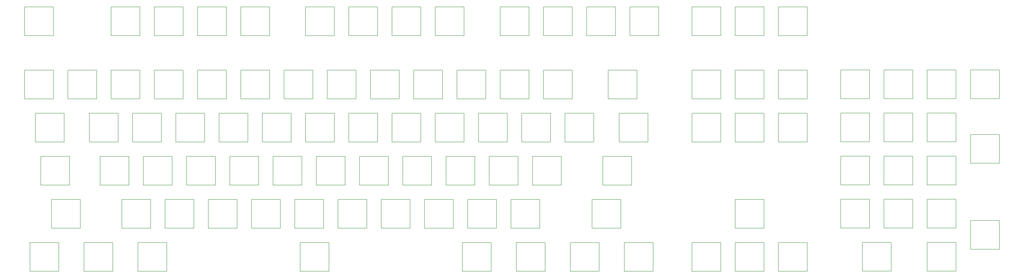
<source format=gbr>
G04 #@! TF.GenerationSoftware,KiCad,Pcbnew,7.0.1*
G04 #@! TF.CreationDate,2024-09-21T18:31:01-05:00*
G04 #@! TF.ProjectId,C128DKEYBOARD,43313238-444b-4455-9942-4f4152442e6b,3.3*
G04 #@! TF.SameCoordinates,Original*
G04 #@! TF.FileFunction,Other,Comment*
%FSLAX46Y46*%
G04 Gerber Fmt 4.6, Leading zero omitted, Abs format (unit mm)*
G04 Created by KiCad (PCBNEW 7.0.1) date 2024-09-21 18:31:01*
%MOMM*%
%LPD*%
G01*
G04 APERTURE LIST*
%ADD10C,0.152400*%
G04 APERTURE END LIST*
D10*
X57975500Y-127381000D02*
X70675500Y-127381000D01*
X70675500Y-127381000D02*
X70675500Y-140081000D01*
X57975500Y-140081000D02*
X57975500Y-127381000D01*
X70675500Y-140081000D02*
X57975500Y-140081000D01*
X108775500Y-140081000D02*
X96075500Y-140081000D01*
X108775500Y-127381000D02*
X108775500Y-140081000D01*
X96075500Y-140081000D02*
X96075500Y-127381000D01*
X96075500Y-127381000D02*
X108775500Y-127381000D01*
X127825500Y-140081000D02*
X115125500Y-140081000D01*
X115125500Y-140081000D02*
X115125500Y-127381000D01*
X127825500Y-127381000D02*
X127825500Y-140081000D01*
X115125500Y-127381000D02*
X127825500Y-127381000D01*
X134175500Y-140081000D02*
X134175500Y-127381000D01*
X146875500Y-127381000D02*
X146875500Y-140081000D01*
X146875500Y-140081000D02*
X134175500Y-140081000D01*
X134175500Y-127381000D02*
X146875500Y-127381000D01*
X153225500Y-140081000D02*
X153225500Y-127381000D01*
X165925500Y-127381000D02*
X165925500Y-140081000D01*
X153225500Y-127381000D02*
X165925500Y-127381000D01*
X165925500Y-140081000D02*
X153225500Y-140081000D01*
X194500500Y-140081000D02*
X181800500Y-140081000D01*
X181800500Y-127381000D02*
X194500500Y-127381000D01*
X194500500Y-127381000D02*
X194500500Y-140081000D01*
X181800500Y-140081000D02*
X181800500Y-127381000D01*
X213550500Y-127381000D02*
X213550500Y-140081000D01*
X213550500Y-140081000D02*
X200850500Y-140081000D01*
X200850500Y-140081000D02*
X200850500Y-127381000D01*
X200850500Y-127381000D02*
X213550500Y-127381000D01*
X232600500Y-140081000D02*
X219900500Y-140081000D01*
X219900500Y-140081000D02*
X219900500Y-127381000D01*
X232600500Y-127381000D02*
X232600500Y-140081000D01*
X219900500Y-127381000D02*
X232600500Y-127381000D01*
X251650500Y-127381000D02*
X251650500Y-140081000D01*
X251650500Y-140081000D02*
X238950500Y-140081000D01*
X238950500Y-127381000D02*
X251650500Y-127381000D01*
X238950500Y-140081000D02*
X238950500Y-127381000D01*
X280225500Y-127381000D02*
X280225500Y-140081000D01*
X280225500Y-140081000D02*
X267525500Y-140081000D01*
X267525500Y-140081000D02*
X267525500Y-127381000D01*
X267525500Y-127381000D02*
X280225500Y-127381000D01*
X299275500Y-140081000D02*
X286575500Y-140081000D01*
X286575500Y-140081000D02*
X286575500Y-127381000D01*
X286575500Y-127381000D02*
X299275500Y-127381000D01*
X299275500Y-127381000D02*
X299275500Y-140081000D01*
X305625500Y-140081000D02*
X305625500Y-127381000D01*
X305625500Y-127381000D02*
X318325500Y-127381000D01*
X318325500Y-127381000D02*
X318325500Y-140081000D01*
X318325500Y-140081000D02*
X305625500Y-140081000D01*
X474840300Y-167944800D02*
X474840300Y-155244800D01*
X487540300Y-167944800D02*
X474840300Y-167944800D01*
X474840300Y-155244800D02*
X487540300Y-155244800D01*
X487540300Y-155244800D02*
X487540300Y-167944800D01*
X430301400Y-167970200D02*
X417601400Y-167970200D01*
X417601400Y-155270200D02*
X430301400Y-155270200D01*
X417601400Y-167970200D02*
X417601400Y-155270200D01*
X430301400Y-155270200D02*
X430301400Y-167970200D01*
X436651400Y-155270200D02*
X449351400Y-155270200D01*
X449351400Y-167970200D02*
X436651400Y-167970200D01*
X436651400Y-167970200D02*
X436651400Y-155270200D01*
X449351400Y-155270200D02*
X449351400Y-167970200D01*
X455701400Y-167970200D02*
X455701400Y-155270200D01*
X468401400Y-167970200D02*
X455701400Y-167970200D01*
X468401400Y-155270200D02*
X468401400Y-167970200D01*
X455701400Y-155270200D02*
X468401400Y-155270200D01*
X96075500Y-155321000D02*
X108775500Y-155321000D01*
X108775500Y-155321000D02*
X108775500Y-168021000D01*
X96075500Y-168021000D02*
X96075500Y-155321000D01*
X108775500Y-168021000D02*
X96075500Y-168021000D01*
X115125500Y-168021000D02*
X115125500Y-155321000D01*
X127825500Y-168021000D02*
X115125500Y-168021000D01*
X127825500Y-155321000D02*
X127825500Y-168021000D01*
X115125500Y-155321000D02*
X127825500Y-155321000D01*
X146875500Y-155321000D02*
X146875500Y-168021000D01*
X134175500Y-168021000D02*
X134175500Y-155321000D01*
X134175500Y-155321000D02*
X146875500Y-155321000D01*
X146875500Y-168021000D02*
X134175500Y-168021000D01*
X165925500Y-168021000D02*
X153225500Y-168021000D01*
X165925500Y-155321000D02*
X165925500Y-168021000D01*
X153225500Y-155321000D02*
X165925500Y-155321000D01*
X153225500Y-168021000D02*
X153225500Y-155321000D01*
X184975500Y-155321000D02*
X184975500Y-168021000D01*
X172275500Y-168021000D02*
X172275500Y-155321000D01*
X172275500Y-155321000D02*
X184975500Y-155321000D01*
X184975500Y-168021000D02*
X172275500Y-168021000D01*
X191325500Y-168021000D02*
X191325500Y-155321000D01*
X204025500Y-155321000D02*
X204025500Y-168021000D01*
X191325500Y-155321000D02*
X204025500Y-155321000D01*
X204025500Y-168021000D02*
X191325500Y-168021000D01*
X210375500Y-168021000D02*
X210375500Y-155321000D01*
X223075500Y-168021000D02*
X210375500Y-168021000D01*
X210375500Y-155321000D02*
X223075500Y-155321000D01*
X223075500Y-155321000D02*
X223075500Y-168021000D01*
X229425500Y-155321000D02*
X242125500Y-155321000D01*
X229425500Y-168021000D02*
X229425500Y-155321000D01*
X242125500Y-168021000D02*
X229425500Y-168021000D01*
X242125500Y-155321000D02*
X242125500Y-168021000D01*
X248475500Y-155321000D02*
X261175500Y-155321000D01*
X261175500Y-168021000D02*
X248475500Y-168021000D01*
X261175500Y-155321000D02*
X261175500Y-168021000D01*
X248475500Y-168021000D02*
X248475500Y-155321000D01*
X280225500Y-168021000D02*
X267525500Y-168021000D01*
X267525500Y-155321000D02*
X280225500Y-155321000D01*
X267525500Y-168021000D02*
X267525500Y-155321000D01*
X280225500Y-155321000D02*
X280225500Y-168021000D01*
X286575500Y-168021000D02*
X286575500Y-155321000D01*
X286575500Y-155321000D02*
X299275500Y-155321000D01*
X299275500Y-168021000D02*
X286575500Y-168021000D01*
X299275500Y-155321000D02*
X299275500Y-168021000D01*
X315150500Y-168021000D02*
X315150500Y-155321000D01*
X327850500Y-155321000D02*
X327850500Y-168021000D01*
X315150500Y-155321000D02*
X327850500Y-155321000D01*
X327850500Y-168021000D02*
X315150500Y-168021000D01*
X487540300Y-196519800D02*
X474840300Y-196519800D01*
X474840300Y-183819800D02*
X487540300Y-183819800D01*
X487540300Y-183819800D02*
X487540300Y-196519800D01*
X474840300Y-196519800D02*
X474840300Y-183819800D01*
X417601400Y-187020200D02*
X417601400Y-174320200D01*
X430301400Y-187020200D02*
X417601400Y-187020200D01*
X417601400Y-174320200D02*
X430301400Y-174320200D01*
X430301400Y-174320200D02*
X430301400Y-187020200D01*
X436651400Y-174320200D02*
X449351400Y-174320200D01*
X449351400Y-187020200D02*
X436651400Y-187020200D01*
X449351400Y-174320200D02*
X449351400Y-187020200D01*
X436651400Y-187020200D02*
X436651400Y-174320200D01*
X455701400Y-174320200D02*
X468401400Y-174320200D01*
X468401400Y-174320200D02*
X468401400Y-187020200D01*
X455701400Y-187020200D02*
X455701400Y-174320200D01*
X468401400Y-187020200D02*
X455701400Y-187020200D01*
X364782100Y-174371000D02*
X364782100Y-187071000D01*
X364782100Y-187071000D02*
X352082100Y-187071000D01*
X352082100Y-187071000D02*
X352082100Y-174371000D01*
X352082100Y-174371000D02*
X364782100Y-174371000D01*
X371132100Y-187071000D02*
X371132100Y-174371000D01*
X383832100Y-187071000D02*
X371132100Y-187071000D01*
X371132100Y-174371000D02*
X383832100Y-174371000D01*
X383832100Y-174371000D02*
X383832100Y-187071000D01*
X390182100Y-187071000D02*
X390182100Y-174371000D01*
X390182100Y-174371000D02*
X402882100Y-174371000D01*
X402882100Y-174371000D02*
X402882100Y-187071000D01*
X402882100Y-187071000D02*
X390182100Y-187071000D01*
X86550500Y-174371000D02*
X99250500Y-174371000D01*
X99250500Y-174371000D02*
X99250500Y-187071000D01*
X86550500Y-187071000D02*
X86550500Y-174371000D01*
X99250500Y-187071000D02*
X86550500Y-187071000D01*
X118300500Y-187071000D02*
X105600500Y-187071000D01*
X105600500Y-187071000D02*
X105600500Y-174371000D01*
X118300500Y-174371000D02*
X118300500Y-187071000D01*
X105600500Y-174371000D02*
X118300500Y-174371000D01*
X137350500Y-174371000D02*
X137350500Y-187071000D01*
X124650500Y-174371000D02*
X137350500Y-174371000D01*
X124650500Y-187071000D02*
X124650500Y-174371000D01*
X137350500Y-187071000D02*
X124650500Y-187071000D01*
X143700500Y-174371000D02*
X156400500Y-174371000D01*
X156400500Y-187071000D02*
X143700500Y-187071000D01*
X143700500Y-187071000D02*
X143700500Y-174371000D01*
X156400500Y-174371000D02*
X156400500Y-187071000D01*
X162750500Y-174371000D02*
X175450500Y-174371000D01*
X162750500Y-187071000D02*
X162750500Y-174371000D01*
X175450500Y-187071000D02*
X162750500Y-187071000D01*
X175450500Y-174371000D02*
X175450500Y-187071000D01*
X194500500Y-174371000D02*
X194500500Y-187071000D01*
X181800500Y-187071000D02*
X181800500Y-174371000D01*
X194500500Y-187071000D02*
X181800500Y-187071000D01*
X181800500Y-174371000D02*
X194500500Y-174371000D01*
X213550500Y-187071000D02*
X200850500Y-187071000D01*
X200850500Y-187071000D02*
X200850500Y-174371000D01*
X213550500Y-174371000D02*
X213550500Y-187071000D01*
X200850500Y-174371000D02*
X213550500Y-174371000D01*
X219900500Y-187071000D02*
X219900500Y-174371000D01*
X219900500Y-174371000D02*
X232600500Y-174371000D01*
X232600500Y-174371000D02*
X232600500Y-187071000D01*
X232600500Y-187071000D02*
X219900500Y-187071000D01*
X251650500Y-174371000D02*
X251650500Y-187071000D01*
X251650500Y-187071000D02*
X238950500Y-187071000D01*
X238950500Y-174371000D02*
X251650500Y-174371000D01*
X238950500Y-187071000D02*
X238950500Y-174371000D01*
X270700500Y-187071000D02*
X258000500Y-187071000D01*
X258000500Y-187071000D02*
X258000500Y-174371000D01*
X270700500Y-174371000D02*
X270700500Y-187071000D01*
X258000500Y-174371000D02*
X270700500Y-174371000D01*
X289750500Y-187071000D02*
X277050500Y-187071000D01*
X277050500Y-187071000D02*
X277050500Y-174371000D01*
X277050500Y-174371000D02*
X289750500Y-174371000D01*
X289750500Y-174371000D02*
X289750500Y-187071000D01*
X308800500Y-174371000D02*
X308800500Y-187071000D01*
X296100500Y-187071000D02*
X296100500Y-174371000D01*
X296100500Y-174371000D02*
X308800500Y-174371000D01*
X308800500Y-187071000D02*
X296100500Y-187071000D01*
X332610500Y-174371000D02*
X332610500Y-187071000D01*
X319910500Y-174371000D02*
X332610500Y-174371000D01*
X319910500Y-187071000D02*
X319910500Y-174371000D01*
X332610500Y-187071000D02*
X319910500Y-187071000D01*
X430301400Y-193370200D02*
X430301400Y-206070200D01*
X430301400Y-206070200D02*
X417601400Y-206070200D01*
X417601400Y-206070200D02*
X417601400Y-193370200D01*
X417601400Y-193370200D02*
X430301400Y-193370200D01*
X436651400Y-206070200D02*
X436651400Y-193370200D01*
X449351400Y-206070200D02*
X436651400Y-206070200D01*
X436651400Y-193370200D02*
X449351400Y-193370200D01*
X449351400Y-193370200D02*
X449351400Y-206070200D01*
X455701400Y-193370200D02*
X468401400Y-193370200D01*
X468401400Y-206070200D02*
X455701400Y-206070200D01*
X468401400Y-193370200D02*
X468401400Y-206070200D01*
X455701400Y-206070200D02*
X455701400Y-193370200D01*
X104000500Y-193421000D02*
X104000500Y-206121000D01*
X91300500Y-206121000D02*
X91300500Y-193421000D01*
X91300500Y-193421000D02*
X104000500Y-193421000D01*
X104000500Y-206121000D02*
X91300500Y-206121000D01*
X129400500Y-206121000D02*
X129400500Y-193421000D01*
X142100500Y-206121000D02*
X129400500Y-206121000D01*
X129400500Y-193421000D02*
X142100500Y-193421000D01*
X142100500Y-193421000D02*
X142100500Y-206121000D01*
X148450500Y-206121000D02*
X148450500Y-193421000D01*
X161150500Y-193421000D02*
X161150500Y-206121000D01*
X148450500Y-193421000D02*
X161150500Y-193421000D01*
X161150500Y-206121000D02*
X148450500Y-206121000D01*
X167500500Y-206121000D02*
X167500500Y-193421000D01*
X180200500Y-206121000D02*
X167500500Y-206121000D01*
X180200500Y-193421000D02*
X180200500Y-206121000D01*
X167500500Y-193421000D02*
X180200500Y-193421000D01*
X199250500Y-206121000D02*
X186550500Y-206121000D01*
X186550500Y-193421000D02*
X199250500Y-193421000D01*
X186550500Y-206121000D02*
X186550500Y-193421000D01*
X199250500Y-193421000D02*
X199250500Y-206121000D01*
X218300500Y-193421000D02*
X218300500Y-206121000D01*
X218300500Y-206121000D02*
X205600500Y-206121000D01*
X205600500Y-193421000D02*
X218300500Y-193421000D01*
X205600500Y-206121000D02*
X205600500Y-193421000D01*
X237350500Y-206121000D02*
X224650500Y-206121000D01*
X237350500Y-193421000D02*
X237350500Y-206121000D01*
X224650500Y-206121000D02*
X224650500Y-193421000D01*
X224650500Y-193421000D02*
X237350500Y-193421000D01*
X256400500Y-206121000D02*
X243700500Y-206121000D01*
X243700500Y-193421000D02*
X256400500Y-193421000D01*
X243700500Y-206121000D02*
X243700500Y-193421000D01*
X256400500Y-193421000D02*
X256400500Y-206121000D01*
X262750500Y-206121000D02*
X262750500Y-193421000D01*
X275450500Y-193421000D02*
X275450500Y-206121000D01*
X262750500Y-193421000D02*
X275450500Y-193421000D01*
X275450500Y-206121000D02*
X262750500Y-206121000D01*
X294500500Y-206121000D02*
X281800500Y-206121000D01*
X281800500Y-206121000D02*
X281800500Y-193421000D01*
X294500500Y-193421000D02*
X294500500Y-206121000D01*
X281800500Y-193421000D02*
X294500500Y-193421000D01*
X312755500Y-193421000D02*
X325455500Y-193421000D01*
X312755500Y-206121000D02*
X312755500Y-193421000D01*
X325455500Y-193421000D02*
X325455500Y-206121000D01*
X325455500Y-206121000D02*
X312755500Y-206121000D01*
X487540300Y-221843600D02*
X487540300Y-234543600D01*
X474840300Y-234543600D02*
X474840300Y-221843600D01*
X487540300Y-234543600D02*
X474840300Y-234543600D01*
X474840300Y-221843600D02*
X487540300Y-221843600D01*
X430301400Y-212420200D02*
X430301400Y-225120200D01*
X417601400Y-212420200D02*
X430301400Y-212420200D01*
X430301400Y-225120200D02*
X417601400Y-225120200D01*
X417601400Y-225120200D02*
X417601400Y-212420200D01*
X436651400Y-212420200D02*
X449351400Y-212420200D01*
X449351400Y-212420200D02*
X449351400Y-225120200D01*
X436651400Y-225120200D02*
X436651400Y-212420200D01*
X449351400Y-225120200D02*
X436651400Y-225120200D01*
X468401400Y-212420200D02*
X468401400Y-225120200D01*
X455701400Y-225120200D02*
X455701400Y-212420200D01*
X455701400Y-212420200D02*
X468401400Y-212420200D01*
X468401400Y-225120200D02*
X455701400Y-225120200D01*
X371132100Y-212471000D02*
X383832100Y-212471000D01*
X371132100Y-225171000D02*
X371132100Y-212471000D01*
X383832100Y-225171000D02*
X371132100Y-225171000D01*
X383832100Y-212471000D02*
X383832100Y-225171000D01*
X113525500Y-225171000D02*
X100825500Y-225171000D01*
X100825500Y-212471000D02*
X113525500Y-212471000D01*
X100825500Y-225171000D02*
X100825500Y-212471000D01*
X113525500Y-212471000D02*
X113525500Y-225171000D01*
X119875500Y-225171000D02*
X119875500Y-212471000D01*
X119875500Y-212471000D02*
X132575500Y-212471000D01*
X132575500Y-212471000D02*
X132575500Y-225171000D01*
X132575500Y-225171000D02*
X119875500Y-225171000D01*
X151625500Y-225171000D02*
X138925500Y-225171000D01*
X138925500Y-225171000D02*
X138925500Y-212471000D01*
X151625500Y-212471000D02*
X151625500Y-225171000D01*
X138925500Y-212471000D02*
X151625500Y-212471000D01*
X157975500Y-212471000D02*
X170675500Y-212471000D01*
X170675500Y-225171000D02*
X157975500Y-225171000D01*
X157975500Y-225171000D02*
X157975500Y-212471000D01*
X170675500Y-212471000D02*
X170675500Y-225171000D01*
X189725500Y-212471000D02*
X189725500Y-225171000D01*
X177025500Y-212471000D02*
X189725500Y-212471000D01*
X189725500Y-225171000D02*
X177025500Y-225171000D01*
X177025500Y-225171000D02*
X177025500Y-212471000D01*
X208775500Y-225171000D02*
X196075500Y-225171000D01*
X196075500Y-225171000D02*
X196075500Y-212471000D01*
X208775500Y-212471000D02*
X208775500Y-225171000D01*
X196075500Y-212471000D02*
X208775500Y-212471000D01*
X215125500Y-212471000D02*
X227825500Y-212471000D01*
X227825500Y-225171000D02*
X215125500Y-225171000D01*
X227825500Y-212471000D02*
X227825500Y-225171000D01*
X215125500Y-225171000D02*
X215125500Y-212471000D01*
X234175500Y-212471000D02*
X246875500Y-212471000D01*
X246875500Y-212471000D02*
X246875500Y-225171000D01*
X234175500Y-225171000D02*
X234175500Y-212471000D01*
X246875500Y-225171000D02*
X234175500Y-225171000D01*
X253225500Y-225171000D02*
X253225500Y-212471000D01*
X265925500Y-212471000D02*
X265925500Y-225171000D01*
X265925500Y-225171000D02*
X253225500Y-225171000D01*
X253225500Y-212471000D02*
X265925500Y-212471000D01*
X272275500Y-225171000D02*
X272275500Y-212471000D01*
X284975500Y-212471000D02*
X284975500Y-225171000D01*
X284975500Y-225171000D02*
X272275500Y-225171000D01*
X272275500Y-212471000D02*
X284975500Y-212471000D01*
X307990500Y-212471000D02*
X320690500Y-212471000D01*
X320690500Y-212471000D02*
X320690500Y-225171000D01*
X307990500Y-225171000D02*
X307990500Y-212471000D01*
X320690500Y-225171000D02*
X307990500Y-225171000D01*
X455701400Y-231470200D02*
X468401400Y-231470200D01*
X468401400Y-244170200D02*
X455701400Y-244170200D01*
X468401400Y-231470200D02*
X468401400Y-244170200D01*
X455701400Y-244170200D02*
X455701400Y-231470200D01*
X439851800Y-244170200D02*
X427151800Y-244170200D01*
X427151800Y-244170200D02*
X427151800Y-231470200D01*
X439851800Y-231470200D02*
X439851800Y-244170200D01*
X427151800Y-231470200D02*
X439851800Y-231470200D01*
X364782100Y-231521000D02*
X364782100Y-244221000D01*
X352082100Y-231521000D02*
X364782100Y-231521000D01*
X364782100Y-244221000D02*
X352082100Y-244221000D01*
X352082100Y-244221000D02*
X352082100Y-231521000D01*
X383832100Y-231521000D02*
X383832100Y-244221000D01*
X371132100Y-231521000D02*
X383832100Y-231521000D01*
X383832100Y-244221000D02*
X371132100Y-244221000D01*
X371132100Y-244221000D02*
X371132100Y-231521000D01*
X390182100Y-244221000D02*
X390182100Y-231521000D01*
X390182100Y-231521000D02*
X402882100Y-231521000D01*
X402882100Y-244221000D02*
X390182100Y-244221000D01*
X402882100Y-231521000D02*
X402882100Y-244221000D01*
X96860500Y-244221000D02*
X84160500Y-244221000D01*
X96860500Y-231521000D02*
X96860500Y-244221000D01*
X84160500Y-244221000D02*
X84160500Y-231521000D01*
X84160500Y-231521000D02*
X96860500Y-231521000D01*
X120670500Y-244221000D02*
X107970500Y-244221000D01*
X120670500Y-231521000D02*
X120670500Y-244221000D01*
X107970500Y-244221000D02*
X107970500Y-231521000D01*
X107970500Y-231521000D02*
X120670500Y-231521000D01*
X179405500Y-244221000D02*
X179405500Y-231521000D01*
X192105500Y-231521000D02*
X192105500Y-244221000D01*
X179405500Y-231521000D02*
X192105500Y-231521000D01*
X192105500Y-244221000D02*
X179405500Y-244221000D01*
X250845500Y-231521000D02*
X263545500Y-231521000D01*
X263545500Y-231521000D02*
X263545500Y-244221000D01*
X250845500Y-244221000D02*
X250845500Y-231521000D01*
X263545500Y-244221000D02*
X250845500Y-244221000D01*
X287355500Y-231521000D02*
X287355500Y-244221000D01*
X274655500Y-244221000D02*
X274655500Y-231521000D01*
X274655500Y-231521000D02*
X287355500Y-231521000D01*
X287355500Y-244221000D02*
X274655500Y-244221000D01*
X298465500Y-231521000D02*
X311165500Y-231521000D01*
X311165500Y-231521000D02*
X311165500Y-244221000D01*
X298465500Y-244221000D02*
X298465500Y-231521000D01*
X311165500Y-244221000D02*
X298465500Y-244221000D01*
X334975500Y-244221000D02*
X322275500Y-244221000D01*
X334975500Y-231521000D02*
X334975500Y-244221000D01*
X322275500Y-231521000D02*
X334975500Y-231521000D01*
X322275500Y-244221000D02*
X322275500Y-231521000D01*
X352082100Y-168021000D02*
X352082100Y-155321000D01*
X364782100Y-168021000D02*
X352082100Y-168021000D01*
X364782100Y-155321000D02*
X364782100Y-168021000D01*
X352082100Y-155321000D02*
X364782100Y-155321000D01*
X402882100Y-168021000D02*
X390182100Y-168021000D01*
X390182100Y-168021000D02*
X390182100Y-155321000D01*
X390182100Y-155321000D02*
X402882100Y-155321000D01*
X402882100Y-155321000D02*
X402882100Y-168021000D01*
X383832100Y-155321000D02*
X383832100Y-168021000D01*
X371132100Y-168021000D02*
X371132100Y-155321000D01*
X383832100Y-168021000D02*
X371132100Y-168021000D01*
X371132100Y-155321000D02*
X383832100Y-155321000D01*
X364782100Y-127381000D02*
X364782100Y-140081000D01*
X352082100Y-140081000D02*
X352082100Y-127381000D01*
X364782100Y-140081000D02*
X352082100Y-140081000D01*
X352082100Y-127381000D02*
X364782100Y-127381000D01*
X383832100Y-140081000D02*
X371132100Y-140081000D01*
X383832100Y-127381000D02*
X383832100Y-140081000D01*
X371132100Y-127381000D02*
X383832100Y-127381000D01*
X371132100Y-140081000D02*
X371132100Y-127381000D01*
X402882100Y-127381000D02*
X402882100Y-140081000D01*
X390182100Y-140081000D02*
X390182100Y-127381000D01*
X402882100Y-140081000D02*
X390182100Y-140081000D01*
X390182100Y-127381000D02*
X402882100Y-127381000D01*
X75430500Y-187071000D02*
X62730500Y-187071000D01*
X62730500Y-187071000D02*
X62730500Y-174371000D01*
X75430500Y-174371000D02*
X75430500Y-187071000D01*
X62730500Y-174371000D02*
X75430500Y-174371000D01*
X65113500Y-206121000D02*
X65113500Y-193421000D01*
X77813500Y-206121000D02*
X65113500Y-206121000D01*
X65113500Y-193421000D02*
X77813500Y-193421000D01*
X77813500Y-193421000D02*
X77813500Y-206121000D01*
X69875500Y-225171000D02*
X69875500Y-212471000D01*
X82575500Y-225171000D02*
X69875500Y-225171000D01*
X82575500Y-212471000D02*
X82575500Y-225171000D01*
X69875500Y-212471000D02*
X82575500Y-212471000D01*
X60350500Y-231521000D02*
X73050500Y-231521000D01*
X60350500Y-244221000D02*
X60350500Y-231521000D01*
X73050500Y-231521000D02*
X73050500Y-244221000D01*
X73050500Y-244221000D02*
X60350500Y-244221000D01*
X110350500Y-206121000D02*
X110350500Y-193421000D01*
X123050500Y-193421000D02*
X123050500Y-206121000D01*
X123050500Y-206121000D02*
X110350500Y-206121000D01*
X110350500Y-193421000D02*
X123050500Y-193421000D01*
X324675500Y-140081000D02*
X324675500Y-127381000D01*
X337375500Y-140081000D02*
X324675500Y-140081000D01*
X324675500Y-127381000D02*
X337375500Y-127381000D01*
X337375500Y-127381000D02*
X337375500Y-140081000D01*
X77025500Y-155321000D02*
X89725500Y-155321000D01*
X89725500Y-155321000D02*
X89725500Y-168021000D01*
X77025500Y-168021000D02*
X77025500Y-155321000D01*
X89725500Y-168021000D02*
X77025500Y-168021000D01*
X70675500Y-168021000D02*
X57975500Y-168021000D01*
X57975500Y-155321000D02*
X70675500Y-155321000D01*
X70675500Y-155321000D02*
X70675500Y-168021000D01*
X57975500Y-168021000D02*
X57975500Y-155321000D01*
M02*

</source>
